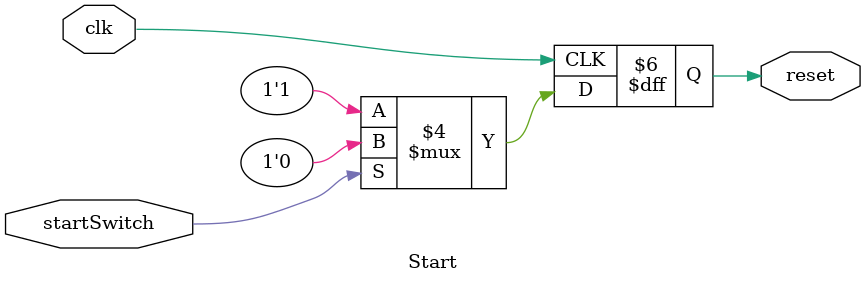
<source format=v>
`timescale 1ns / 1ps
module Start(
    input startSwitch,
    input clk,
    output reg reset
    );
	 
always@ (posedge clk)
begin
	if(startSwitch == 1'b0)
		reset <= 1;
	else
		reset <= 0;
end


endmodule

</source>
